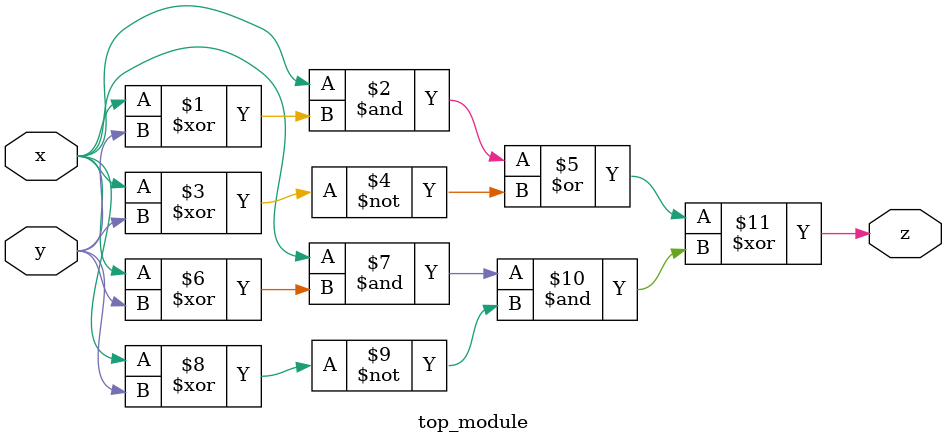
<source format=v>
module top_module (input x, input y, output z);
    
    assign z = ((x & (x ^ y)) | (~(x ^ y))) ^ ((x & (x ^ y)) & (~(x ^ y)));
    
endmodule

</source>
